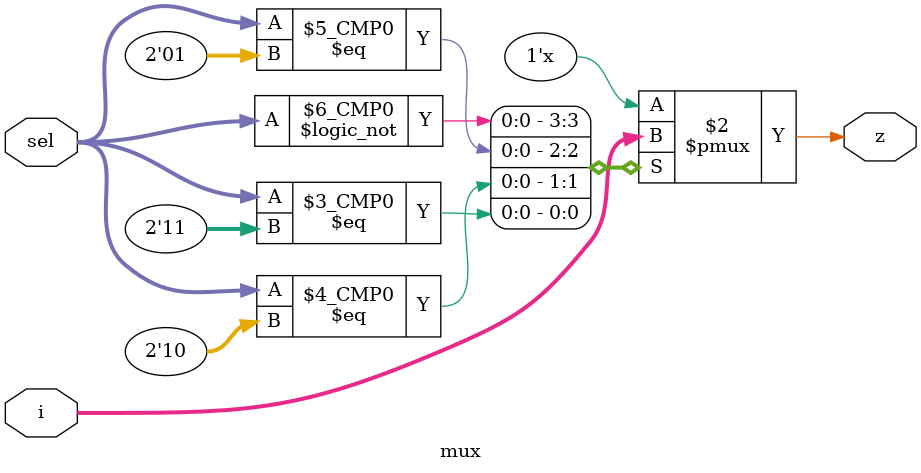
<source format=v>
module mux(i, sel, z);

input [3:0] i;
input [1:0] sel;
output z;

reg z;

always @(i, sel)
    case(sel)
        2'b00 : z <= i[3];
        2'b01 : z <= i[2];
        2'b10 : z <= i[1];
        2'b11 : z <= i[0];
    endcase
    
endmodule
    
</source>
